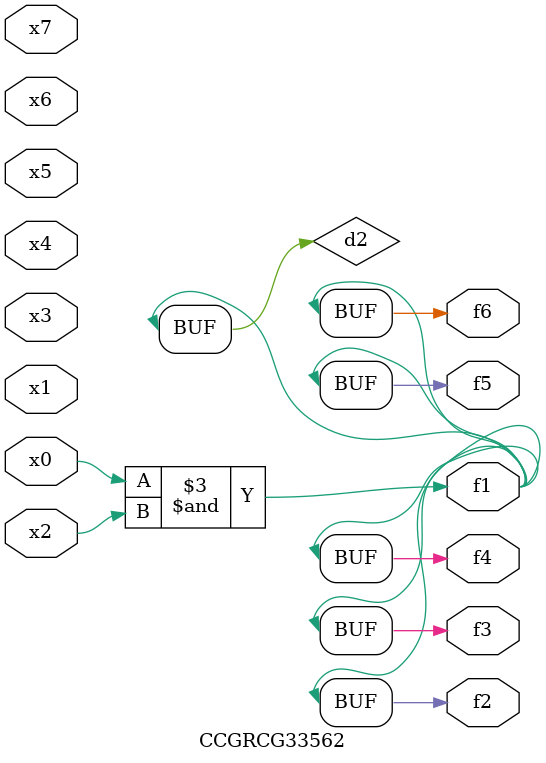
<source format=v>
module CCGRCG33562(
	input x0, x1, x2, x3, x4, x5, x6, x7,
	output f1, f2, f3, f4, f5, f6
);

	wire d1, d2;

	nor (d1, x3, x6);
	and (d2, x0, x2);
	assign f1 = d2;
	assign f2 = d2;
	assign f3 = d2;
	assign f4 = d2;
	assign f5 = d2;
	assign f6 = d2;
endmodule

</source>
